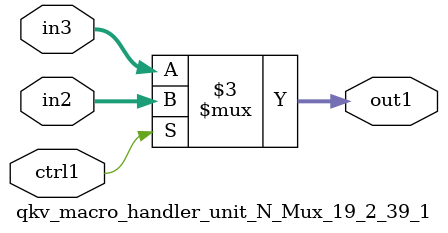
<source format=v>

`timescale 1ps / 1ps


module qkv_macro_handler_unit_N_Mux_19_2_39_1( in3, in2, ctrl1, out1 );

    input [18:0] in3;
    input [18:0] in2;
    input ctrl1;
    output [18:0] out1;
    reg [18:0] out1;

    
    // rtl_process:qkv_macro_handler_unit_N_Mux_19_2_39_1/qkv_macro_handler_unit_N_Mux_19_2_39_1_thread_1
    always @*
      begin : qkv_macro_handler_unit_N_Mux_19_2_39_1_thread_1
        case (ctrl1) 
          1'b1: 
            begin
              out1 = in2;
            end
          default: 
            begin
              out1 = in3;
            end
        endcase
      end

endmodule



</source>
